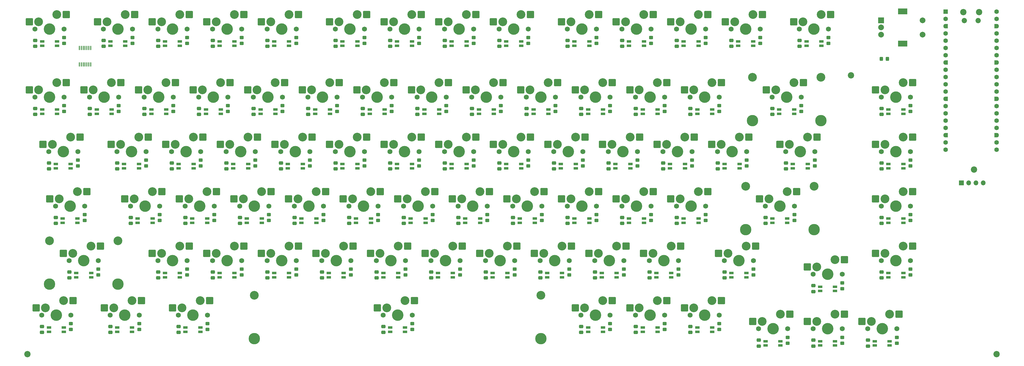
<source format=gbr>
%TF.GenerationSoftware,KiCad,Pcbnew,9.0.2*%
%TF.CreationDate,2025-06-21T15:39:45+05:00*%
%TF.ProjectId,KB75,4b423735-2e6b-4696-9361-645f70636258,V1*%
%TF.SameCoordinates,Original*%
%TF.FileFunction,Soldermask,Bot*%
%TF.FilePolarity,Negative*%
%FSLAX46Y46*%
G04 Gerber Fmt 4.6, Leading zero omitted, Abs format (unit mm)*
G04 Created by KiCad (PCBNEW 9.0.2) date 2025-06-21 15:39:45*
%MOMM*%
%LPD*%
G01*
G04 APERTURE LIST*
G04 Aperture macros list*
%AMRoundRect*
0 Rectangle with rounded corners*
0 $1 Rounding radius*
0 $2 $3 $4 $5 $6 $7 $8 $9 X,Y pos of 4 corners*
0 Add a 4 corners polygon primitive as box body*
4,1,4,$2,$3,$4,$5,$6,$7,$8,$9,$2,$3,0*
0 Add four circle primitives for the rounded corners*
1,1,$1+$1,$2,$3*
1,1,$1+$1,$4,$5*
1,1,$1+$1,$6,$7*
1,1,$1+$1,$8,$9*
0 Add four rect primitives between the rounded corners*
20,1,$1+$1,$2,$3,$4,$5,0*
20,1,$1+$1,$4,$5,$6,$7,0*
20,1,$1+$1,$6,$7,$8,$9,0*
20,1,$1+$1,$8,$9,$2,$3,0*%
%AMFreePoly0*
4,1,37,0.603843,0.796157,0.639018,0.796157,0.711114,0.766294,0.766294,0.711114,0.796157,0.639018,0.796157,0.603843,0.800000,0.600000,0.800000,-0.600000,0.796157,-0.603843,0.796157,-0.639018,0.766294,-0.711114,0.711114,-0.766294,0.639018,-0.796157,0.603843,-0.796157,0.600000,-0.800000,0.000000,-0.800000,0.000000,-0.796148,-0.078414,-0.796148,-0.232228,-0.765552,-0.377117,-0.705537,
-0.507515,-0.618408,-0.618408,-0.507515,-0.705537,-0.377117,-0.765552,-0.232228,-0.796148,-0.078414,-0.796148,0.078414,-0.765552,0.232228,-0.705537,0.377117,-0.618408,0.507515,-0.507515,0.618408,-0.377117,0.705537,-0.232228,0.765552,-0.078414,0.796148,0.000000,0.796148,0.000000,0.800000,0.600000,0.800000,0.603843,0.796157,0.603843,0.796157,$1*%
%AMFreePoly1*
4,1,37,0.000000,0.796148,0.078414,0.796148,0.232228,0.765552,0.377117,0.705537,0.507515,0.618408,0.618408,0.507515,0.705537,0.377117,0.765552,0.232228,0.796148,0.078414,0.796148,-0.078414,0.765552,-0.232228,0.705537,-0.377117,0.618408,-0.507515,0.507515,-0.618408,0.377117,-0.705537,0.232228,-0.765552,0.078414,-0.796148,0.000000,-0.796148,0.000000,-0.800000,-0.600000,-0.800000,
-0.603843,-0.796157,-0.639018,-0.796157,-0.711114,-0.766294,-0.766294,-0.711114,-0.796157,-0.639018,-0.796157,-0.603843,-0.800000,-0.600000,-0.800000,0.600000,-0.796157,0.603843,-0.796157,0.639018,-0.766294,0.711114,-0.711114,0.766294,-0.639018,0.796157,-0.603843,0.796157,-0.600000,0.800000,0.000000,0.800000,0.000000,0.796148,0.000000,0.796148,$1*%
G04 Aperture macros list end*
%ADD10RoundRect,0.082000X-0.718000X0.328000X-0.718000X-0.328000X0.718000X-0.328000X0.718000X0.328000X0*%
%ADD11C,2.200000*%
%ADD12C,1.850000*%
%ADD13RoundRect,0.200000X-0.600000X-0.600000X0.600000X-0.600000X0.600000X0.600000X-0.600000X0.600000X0*%
%ADD14C,1.600000*%
%ADD15FreePoly0,0.000000*%
%ADD16FreePoly1,0.000000*%
%ADD17C,1.750000*%
%ADD18C,3.050000*%
%ADD19C,4.000000*%
%ADD20RoundRect,0.250000X-1.025000X-1.000000X1.025000X-1.000000X1.025000X1.000000X-1.025000X1.000000X0*%
%ADD21R,2.000000X2.000000*%
%ADD22C,2.000000*%
%ADD23R,3.200000X2.000000*%
%ADD24C,3.048000*%
%ADD25C,3.987800*%
%ADD26R,1.700000X1.700000*%
%ADD27O,1.700000X1.700000*%
%ADD28RoundRect,0.250000X-0.475000X0.337500X-0.475000X-0.337500X0.475000X-0.337500X0.475000X0.337500X0*%
%ADD29RoundRect,0.250000X0.450000X-0.325000X0.450000X0.325000X-0.450000X0.325000X-0.450000X-0.325000X0*%
%ADD30RoundRect,0.250000X0.325000X0.450000X-0.325000X0.450000X-0.325000X-0.450000X0.325000X-0.450000X0*%
%ADD31RoundRect,0.100000X-0.100000X0.637500X-0.100000X-0.637500X0.100000X-0.637500X0.100000X0.637500X0*%
G04 APERTURE END LIST*
D10*
%TO.C,LED25*%
X236455000Y-78479999D03*
X236455000Y-79979999D03*
X241655000Y-79979999D03*
X241655000Y-78479999D03*
%TD*%
%TO.C,LED20*%
X141205000Y-78479999D03*
X141205000Y-79979999D03*
X146405000Y-79979999D03*
X146405000Y-78479999D03*
%TD*%
D11*
%TO.C,A1*%
X367404482Y-44385026D03*
D12*
X367704482Y-47415026D03*
X372554482Y-47415026D03*
D11*
X372854482Y-44385026D03*
D13*
X361239482Y-44255026D03*
D14*
X361239482Y-46795026D03*
D15*
X361239482Y-49335026D03*
D14*
X361239482Y-51875026D03*
X361239482Y-54415026D03*
X361239482Y-56955026D03*
X361239482Y-59495026D03*
D15*
X361239482Y-62035026D03*
D14*
X361239482Y-64575026D03*
X361239482Y-67115026D03*
X361239482Y-69655026D03*
X361239482Y-72195026D03*
D15*
X361239482Y-74735026D03*
D14*
X361239482Y-77275026D03*
X361239482Y-79815026D03*
X361239482Y-82355026D03*
X361239482Y-84895026D03*
D15*
X361239482Y-87435026D03*
D14*
X361239482Y-89975026D03*
X361239482Y-92515026D03*
X379019482Y-92515026D03*
X379019482Y-89975026D03*
D16*
X379019482Y-87435026D03*
D14*
X379019482Y-84895026D03*
X379019482Y-82355026D03*
X379019482Y-79815026D03*
X379019482Y-77275026D03*
D16*
X379019482Y-74735026D03*
D14*
X379019482Y-72195026D03*
X379019482Y-69655026D03*
X379019482Y-67115026D03*
X379019482Y-64575026D03*
D16*
X379019482Y-62035026D03*
D14*
X379019482Y-59495026D03*
X379019482Y-56955026D03*
X379019482Y-54415026D03*
X379019482Y-51875026D03*
D16*
X379019482Y-49335026D03*
D14*
X379019482Y-46795026D03*
X379019482Y-44255026D03*
%TD*%
D10*
%TO.C,LED51*%
X174542500Y-116579999D03*
X174542500Y-118079999D03*
X179742500Y-118079999D03*
X179742500Y-116579999D03*
%TD*%
D17*
%TO.C,SW11*%
X248262500Y-50337500D03*
D18*
X249532500Y-47797500D03*
D19*
X253342500Y-50337500D03*
D18*
X255882500Y-45257500D03*
D17*
X258422500Y-50337500D03*
D20*
X246257500Y-47797500D03*
X259184500Y-45257500D03*
%TD*%
D10*
%TO.C,LED68*%
X241217500Y-135629999D03*
X241217500Y-137129999D03*
X246417500Y-137129999D03*
X246417500Y-135629999D03*
%TD*%
D17*
%TO.C,SW44*%
X338750000Y-93200000D03*
D18*
X340020000Y-90660000D03*
D19*
X343830000Y-93200000D03*
D18*
X346370000Y-88120000D03*
D17*
X348910000Y-93200000D03*
D20*
X336745000Y-90660000D03*
X349672000Y-88120000D03*
%TD*%
D10*
%TO.C,LED8*%
X188830000Y-54667499D03*
X188830000Y-56167499D03*
X194030000Y-56167499D03*
X194030000Y-54667499D03*
%TD*%
D17*
%TO.C,SW37*%
X186350000Y-93200000D03*
D18*
X187620000Y-90660000D03*
D19*
X191430000Y-93200000D03*
D18*
X193970000Y-88120000D03*
D17*
X196510000Y-93200000D03*
D20*
X184345000Y-90660000D03*
X197272000Y-88120000D03*
%TD*%
D10*
%TO.C,LED63*%
X145967500Y-135629999D03*
X145967500Y-137129999D03*
X151167500Y-137129999D03*
X151167500Y-135629999D03*
%TD*%
%TO.C,LED19*%
X122155000Y-78479999D03*
X122155000Y-79979999D03*
X127355000Y-79979999D03*
X127355000Y-78479999D03*
%TD*%
%TO.C,LED5*%
X126917500Y-54667499D03*
X126917500Y-56167499D03*
X132117500Y-56167499D03*
X132117500Y-54667499D03*
%TD*%
D17*
%TO.C,SW19*%
X119675000Y-74150000D03*
D18*
X120945000Y-71610000D03*
D19*
X124755000Y-74150000D03*
D18*
X127295000Y-69070000D03*
D17*
X129835000Y-74150000D03*
D20*
X117670000Y-71610000D03*
X130597000Y-69070000D03*
%TD*%
D10*
%TO.C,LED30*%
X50717500Y-97529999D03*
X50717500Y-99029999D03*
X55917500Y-99029999D03*
X55917500Y-97529999D03*
%TD*%
D17*
%TO.C,SW62*%
X124437500Y-131300000D03*
D18*
X125707500Y-128760000D03*
D19*
X129517500Y-131300000D03*
D18*
X132057500Y-126220000D03*
D17*
X134597500Y-131300000D03*
D20*
X122432500Y-128760000D03*
X135359500Y-126220000D03*
%TD*%
D11*
%TO.C,REF\u002A\u002A*%
X328180000Y-66490000D03*
%TD*%
D17*
%TO.C,SW16*%
X62525000Y-74150000D03*
D18*
X63795000Y-71610000D03*
D19*
X67605000Y-74150000D03*
D18*
X70145000Y-69070000D03*
D17*
X72685000Y-74150000D03*
D20*
X60520000Y-71610000D03*
X73447000Y-69070000D03*
%TD*%
D17*
%TO.C,SW74*%
X69668750Y-150350000D03*
D18*
X70938750Y-147810000D03*
D19*
X74748750Y-150350000D03*
D18*
X77288750Y-145270000D03*
D17*
X79828750Y-150350000D03*
D20*
X67663750Y-147810000D03*
X80590750Y-145270000D03*
%TD*%
D17*
%TO.C,SW5*%
X124437500Y-50337500D03*
D18*
X125707500Y-47797500D03*
D19*
X129517500Y-50337500D03*
D18*
X132057500Y-45257500D03*
D17*
X134597500Y-50337500D03*
D20*
X122432500Y-47797500D03*
X135359500Y-45257500D03*
%TD*%
D10*
%TO.C,LED29*%
X341230000Y-78479999D03*
X341230000Y-79979999D03*
X346430000Y-79979999D03*
X346430000Y-78479999D03*
%TD*%
%TO.C,LED73*%
X48336250Y-154679999D03*
X48336250Y-156179999D03*
X53536250Y-156179999D03*
X53536250Y-154679999D03*
%TD*%
D17*
%TO.C,SW22*%
X176825000Y-74150000D03*
D18*
X178095000Y-71610000D03*
D19*
X181905000Y-74150000D03*
D18*
X184445000Y-69070000D03*
D17*
X186985000Y-74150000D03*
D20*
X174820000Y-71610000D03*
X187747000Y-69070000D03*
%TD*%
D17*
%TO.C,SW67*%
X219687500Y-131300000D03*
D18*
X220957500Y-128760000D03*
D19*
X224767500Y-131300000D03*
D18*
X227307500Y-126220000D03*
D17*
X229847500Y-131300000D03*
D20*
X217682500Y-128760000D03*
X230609500Y-126220000D03*
%TD*%
D17*
%TO.C,SW48*%
X114912500Y-112250000D03*
D18*
X116182500Y-109710000D03*
D19*
X119992500Y-112250000D03*
D18*
X122532500Y-107170000D03*
D17*
X125072500Y-112250000D03*
D20*
X112907500Y-109710000D03*
X125834500Y-107170000D03*
%TD*%
D10*
%TO.C,LED21*%
X160255000Y-78479999D03*
X160255000Y-79979999D03*
X165455000Y-79979999D03*
X165455000Y-78479999D03*
%TD*%
%TO.C,LED42*%
X284080000Y-97529999D03*
X284080000Y-99029999D03*
X289280000Y-99029999D03*
X289280000Y-97529999D03*
%TD*%
D17*
%TO.C,SW13*%
X286362500Y-50337500D03*
D18*
X287632500Y-47797500D03*
D19*
X291442500Y-50337500D03*
D18*
X293982500Y-45257500D03*
D17*
X296522500Y-50337500D03*
D20*
X284357500Y-47797500D03*
X297284500Y-45257500D03*
%TD*%
D10*
%TO.C,LED55*%
X250742500Y-116579999D03*
X250742500Y-118079999D03*
X255942500Y-118079999D03*
X255942500Y-116579999D03*
%TD*%
%TO.C,LED40*%
X245980000Y-97529999D03*
X245980000Y-99029999D03*
X251180000Y-99029999D03*
X251180000Y-97529999D03*
%TD*%
D17*
%TO.C,SW25*%
X233975000Y-74150000D03*
D18*
X235245000Y-71610000D03*
D19*
X239055000Y-74150000D03*
D18*
X241595000Y-69070000D03*
D17*
X244135000Y-74150000D03*
D20*
X231970000Y-71610000D03*
X244897000Y-69070000D03*
%TD*%
D17*
%TO.C,SW30*%
X48237500Y-93200000D03*
D18*
X49507500Y-90660000D03*
D19*
X53317500Y-93200000D03*
D18*
X55857500Y-88120000D03*
D17*
X58397500Y-93200000D03*
D20*
X46232500Y-90660000D03*
X59159500Y-88120000D03*
%TD*%
D10*
%TO.C,LED26*%
X255505000Y-78479999D03*
X255505000Y-79979999D03*
X260705000Y-79979999D03*
X260705000Y-78479999D03*
%TD*%
%TO.C,LED3*%
X88817500Y-54667499D03*
X88817500Y-56167499D03*
X94017500Y-56167499D03*
X94017500Y-54667499D03*
%TD*%
%TO.C,LED38*%
X207880000Y-97529999D03*
X207880000Y-99029999D03*
X213080000Y-99029999D03*
X213080000Y-97529999D03*
%TD*%
%TO.C,LED76*%
X167398750Y-154679999D03*
X167398750Y-156179999D03*
X172598750Y-156179999D03*
X172598750Y-154679999D03*
%TD*%
%TO.C,LED80*%
X298367500Y-159442499D03*
X298367500Y-160942499D03*
X303567500Y-160942499D03*
X303567500Y-159442499D03*
%TD*%
%TO.C,LED13*%
X288842500Y-54667499D03*
X288842500Y-56167499D03*
X294042500Y-56167499D03*
X294042500Y-54667499D03*
%TD*%
%TO.C,LED18*%
X103105000Y-78479999D03*
X103105000Y-79979999D03*
X108305000Y-79979999D03*
X108305000Y-78479999D03*
%TD*%
D17*
%TO.C,SW40*%
X243500000Y-93200000D03*
D18*
X244770000Y-90660000D03*
D19*
X248580000Y-93200000D03*
D18*
X251120000Y-88120000D03*
D17*
X253660000Y-93200000D03*
D20*
X241495000Y-90660000D03*
X254422000Y-88120000D03*
%TD*%
D17*
%TO.C,SW24*%
X214925000Y-74150000D03*
D18*
X216195000Y-71610000D03*
D19*
X220005000Y-74150000D03*
D18*
X222545000Y-69070000D03*
D17*
X225085000Y-74150000D03*
D20*
X212920000Y-71610000D03*
X225847000Y-69070000D03*
%TD*%
D10*
%TO.C,LED22*%
X179305000Y-78479999D03*
X179305000Y-79979999D03*
X184505000Y-79979999D03*
X184505000Y-78479999D03*
%TD*%
%TO.C,LED27*%
X274555000Y-78479999D03*
X274555000Y-79979999D03*
X279755000Y-79979999D03*
X279755000Y-78479999D03*
%TD*%
%TO.C,LED77*%
X236455000Y-154679999D03*
X236455000Y-156179999D03*
X241655000Y-156179999D03*
X241655000Y-154679999D03*
%TD*%
%TO.C,LED24*%
X217405000Y-78479999D03*
X217405000Y-79979999D03*
X222605000Y-79979999D03*
X222605000Y-78479999D03*
%TD*%
%TO.C,LED44*%
X341230000Y-97529999D03*
X341230000Y-99029999D03*
X346430000Y-99029999D03*
X346430000Y-97529999D03*
%TD*%
%TO.C,LED67*%
X222167500Y-135629999D03*
X222167500Y-137129999D03*
X227367500Y-137129999D03*
X227367500Y-135629999D03*
%TD*%
%TO.C,LED74*%
X72148750Y-154679999D03*
X72148750Y-156179999D03*
X77348750Y-156179999D03*
X77348750Y-154679999D03*
%TD*%
D17*
%TO.C,SW82*%
X333987500Y-155112500D03*
D18*
X335257500Y-152572500D03*
D19*
X339067500Y-155112500D03*
D18*
X341607500Y-150032500D03*
D17*
X344147500Y-155112500D03*
D20*
X331982500Y-152572500D03*
X344909500Y-150032500D03*
%TD*%
D10*
%TO.C,LED70*%
X286461250Y-135629999D03*
X286461250Y-137129999D03*
X291661250Y-137129999D03*
X291661250Y-135629999D03*
%TD*%
D17*
%TO.C,SW10*%
X229212500Y-50337500D03*
D18*
X230482500Y-47797500D03*
D19*
X234292500Y-50337500D03*
D18*
X236832500Y-45257500D03*
D17*
X239372500Y-50337500D03*
D20*
X227207500Y-47797500D03*
X240134500Y-45257500D03*
%TD*%
D17*
%TO.C,SW31*%
X72050000Y-93200000D03*
D18*
X73320000Y-90660000D03*
D19*
X77130000Y-93200000D03*
D18*
X79670000Y-88120000D03*
D17*
X82210000Y-93200000D03*
D20*
X70045000Y-90660000D03*
X82972000Y-88120000D03*
%TD*%
D10*
%TO.C,LED54*%
X231692500Y-116579999D03*
X231692500Y-118079999D03*
X236892500Y-118079999D03*
X236892500Y-116579999D03*
%TD*%
D11*
%TO.C,REF\u002A\u002A*%
X378957047Y-163970000D03*
%TD*%
D10*
%TO.C,LED56*%
X269792500Y-116579999D03*
X269792500Y-118079999D03*
X274992500Y-118079999D03*
X274992500Y-116579999D03*
%TD*%
%TO.C,LED45*%
X53098750Y-116579999D03*
X53098750Y-118079999D03*
X58298750Y-118079999D03*
X58298750Y-116579999D03*
%TD*%
D11*
%TO.C,REF\u002A\u002A*%
X40860000Y-163970000D03*
%TD*%
D10*
%TO.C,LED81*%
X317417500Y-159442499D03*
X317417500Y-160942499D03*
X322617500Y-160942499D03*
X322617500Y-159442499D03*
%TD*%
%TO.C,LED78*%
X255505000Y-154679999D03*
X255505000Y-156179999D03*
X260705000Y-156179999D03*
X260705000Y-154679999D03*
%TD*%
D17*
%TO.C,SW38*%
X205400000Y-93200000D03*
D18*
X206670000Y-90660000D03*
D19*
X210480000Y-93200000D03*
D18*
X213020000Y-88120000D03*
D17*
X215560000Y-93200000D03*
D20*
X203395000Y-90660000D03*
X216322000Y-88120000D03*
%TD*%
D17*
%TO.C,SW63*%
X143487500Y-131300000D03*
D18*
X144757500Y-128760000D03*
D19*
X148567500Y-131300000D03*
D18*
X151107500Y-126220000D03*
D17*
X153647500Y-131300000D03*
D20*
X141482500Y-128760000D03*
X154409500Y-126220000D03*
%TD*%
D11*
%TO.C,REF\u002A\u002A*%
X371070000Y-99470000D03*
%TD*%
D17*
%TO.C,SW76*%
X164918750Y-150350000D03*
D18*
X166188750Y-147810000D03*
D19*
X169998750Y-150350000D03*
D18*
X172538750Y-145270000D03*
D17*
X175078750Y-150350000D03*
D20*
X162913750Y-147810000D03*
X175840750Y-145270000D03*
%TD*%
D10*
%TO.C,LED43*%
X307892500Y-97529999D03*
X307892500Y-99029999D03*
X313092500Y-99029999D03*
X313092500Y-97529999D03*
%TD*%
%TO.C,LED79*%
X274555000Y-154679999D03*
X274555000Y-156179999D03*
X279755000Y-156179999D03*
X279755000Y-154679999D03*
%TD*%
D21*
%TO.C,SW83*%
X338694482Y-47295026D03*
D22*
X338694482Y-52295026D03*
X338694482Y-49795026D03*
D23*
X346194482Y-44195026D03*
X346194482Y-55395026D03*
D22*
X353194482Y-52295026D03*
X353194482Y-47295026D03*
%TD*%
D17*
%TO.C,SW7*%
X167300000Y-50337500D03*
D18*
X168570000Y-47797500D03*
D19*
X172380000Y-50337500D03*
D18*
X174920000Y-45257500D03*
D17*
X177460000Y-50337500D03*
D20*
X165295000Y-47797500D03*
X178222000Y-45257500D03*
%TD*%
D24*
%TO.C,ST59*%
X48523250Y-124315000D03*
D25*
X48523250Y-139525000D03*
D24*
X72399250Y-124315000D03*
D25*
X72399250Y-139525000D03*
%TD*%
D24*
%TO.C,ST76*%
X119998750Y-143365000D03*
D25*
X119998750Y-158575000D03*
D24*
X219998750Y-143365000D03*
D25*
X219998750Y-158575000D03*
%TD*%
D10*
%TO.C,LED48*%
X117392500Y-116579999D03*
X117392500Y-118079999D03*
X122592500Y-118079999D03*
X122592500Y-116579999D03*
%TD*%
D17*
%TO.C,SW53*%
X210162500Y-112250000D03*
D18*
X211432500Y-109710000D03*
D19*
X215242500Y-112250000D03*
D18*
X217782500Y-107170000D03*
D17*
X220322500Y-112250000D03*
D20*
X208157500Y-109710000D03*
X221084500Y-107170000D03*
%TD*%
D10*
%TO.C,LED75*%
X95961250Y-154679999D03*
X95961250Y-156179999D03*
X101161250Y-156179999D03*
X101161250Y-154679999D03*
%TD*%
D17*
%TO.C,SW65*%
X181587500Y-131300000D03*
D18*
X182857500Y-128760000D03*
D19*
X186667500Y-131300000D03*
D18*
X189207500Y-126220000D03*
D17*
X191747500Y-131300000D03*
D20*
X179582500Y-128760000D03*
X192509500Y-126220000D03*
%TD*%
D10*
%TO.C,LED53*%
X212642500Y-116579999D03*
X212642500Y-118079999D03*
X217842500Y-118079999D03*
X217842500Y-116579999D03*
%TD*%
%TO.C,LED49*%
X136442500Y-116579999D03*
X136442500Y-118079999D03*
X141642500Y-118079999D03*
X141642500Y-116579999D03*
%TD*%
D17*
%TO.C,SW56*%
X267312500Y-112250000D03*
D18*
X268582500Y-109710000D03*
D19*
X272392500Y-112250000D03*
D18*
X274932500Y-107170000D03*
D17*
X277472500Y-112250000D03*
D20*
X265307500Y-109710000D03*
X278234500Y-107170000D03*
%TD*%
D17*
%TO.C,SW21*%
X157775000Y-74150000D03*
D18*
X159045000Y-71610000D03*
D19*
X162855000Y-74150000D03*
D18*
X165395000Y-69070000D03*
D17*
X167935000Y-74150000D03*
D20*
X155770000Y-71610000D03*
X168697000Y-69070000D03*
%TD*%
D17*
%TO.C,SW2*%
X67287500Y-50337500D03*
D18*
X68557500Y-47797500D03*
D19*
X72367500Y-50337500D03*
D18*
X74907500Y-45257500D03*
D17*
X77447500Y-50337500D03*
D20*
X65282500Y-47797500D03*
X78209500Y-45257500D03*
%TD*%
D17*
%TO.C,SW81*%
X314937500Y-155112500D03*
D18*
X316207500Y-152572500D03*
D19*
X320017500Y-155112500D03*
D18*
X322557500Y-150032500D03*
D17*
X325097500Y-155112500D03*
D20*
X312932500Y-152572500D03*
X325859500Y-150032500D03*
%TD*%
D17*
%TO.C,SW50*%
X153012500Y-112250000D03*
D18*
X154282500Y-109710000D03*
D19*
X158092500Y-112250000D03*
D18*
X160632500Y-107170000D03*
D17*
X163172500Y-112250000D03*
D20*
X151007500Y-109710000D03*
X163934500Y-107170000D03*
%TD*%
D10*
%TO.C,LED17*%
X84055000Y-78479999D03*
X84055000Y-79979999D03*
X89255000Y-79979999D03*
X89255000Y-78479999D03*
%TD*%
D17*
%TO.C,SW28*%
X300650000Y-74150000D03*
D18*
X301920000Y-71610000D03*
D19*
X305730000Y-74150000D03*
D18*
X308270000Y-69070000D03*
D17*
X310810000Y-74150000D03*
D20*
X298645000Y-71610000D03*
X311572000Y-69070000D03*
%TD*%
D17*
%TO.C,SW51*%
X172062500Y-112250000D03*
D18*
X173332500Y-109710000D03*
D19*
X177142500Y-112250000D03*
D18*
X179682500Y-107170000D03*
D17*
X182222500Y-112250000D03*
D20*
X170057500Y-109710000D03*
X182984500Y-107170000D03*
%TD*%
D10*
%TO.C,LED59*%
X57861250Y-135629999D03*
X57861250Y-137129999D03*
X63061250Y-137129999D03*
X63061250Y-135629999D03*
%TD*%
D17*
%TO.C,SW43*%
X305412500Y-93200000D03*
D18*
X306682500Y-90660000D03*
D19*
X310492500Y-93200000D03*
D18*
X313032500Y-88120000D03*
D17*
X315572500Y-93200000D03*
D20*
X303407500Y-90660000D03*
X316334500Y-88120000D03*
%TD*%
D17*
%TO.C,SW39*%
X224450000Y-93200000D03*
D18*
X225720000Y-90660000D03*
D19*
X229530000Y-93200000D03*
D18*
X232070000Y-88120000D03*
D17*
X234610000Y-93200000D03*
D20*
X222445000Y-90660000D03*
X235372000Y-88120000D03*
%TD*%
D10*
%TO.C,LED64*%
X165017500Y-135629999D03*
X165017500Y-137129999D03*
X170217500Y-137129999D03*
X170217500Y-135629999D03*
%TD*%
D17*
%TO.C,SW35*%
X148250000Y-93200000D03*
D18*
X149520000Y-90660000D03*
D19*
X153330000Y-93200000D03*
D18*
X155870000Y-88120000D03*
D17*
X158410000Y-93200000D03*
D20*
X146245000Y-90660000D03*
X159172000Y-88120000D03*
%TD*%
D17*
%TO.C,SW9*%
X205400000Y-50337500D03*
D18*
X206670000Y-47797500D03*
D19*
X210480000Y-50337500D03*
D18*
X213020000Y-45257500D03*
D17*
X215560000Y-50337500D03*
D20*
X203395000Y-47797500D03*
X216322000Y-45257500D03*
%TD*%
D10*
%TO.C,LED72*%
X341230000Y-135629999D03*
X341230000Y-137129999D03*
X346430000Y-137129999D03*
X346430000Y-135629999D03*
%TD*%
%TO.C,LED7*%
X169780000Y-54667499D03*
X169780000Y-56167499D03*
X174980000Y-56167499D03*
X174980000Y-54667499D03*
%TD*%
D17*
%TO.C,SW73*%
X45856250Y-150350000D03*
D18*
X47126250Y-147810000D03*
D19*
X50936250Y-150350000D03*
D18*
X53476250Y-145270000D03*
D17*
X56016250Y-150350000D03*
D20*
X43851250Y-147810000D03*
X56778250Y-145270000D03*
%TD*%
D10*
%TO.C,LED9*%
X207880000Y-54667499D03*
X207880000Y-56167499D03*
X213080000Y-56167499D03*
X213080000Y-54667499D03*
%TD*%
%TO.C,LED23*%
X198355000Y-78479999D03*
X198355000Y-79979999D03*
X203555000Y-79979999D03*
X203555000Y-78479999D03*
%TD*%
D17*
%TO.C,SW18*%
X100625000Y-74150000D03*
D18*
X101895000Y-71610000D03*
D19*
X105705000Y-74150000D03*
D18*
X108245000Y-69070000D03*
D17*
X110785000Y-74150000D03*
D20*
X98620000Y-71610000D03*
X111547000Y-69070000D03*
%TD*%
D17*
%TO.C,SW3*%
X86337500Y-50337500D03*
D18*
X87607500Y-47797500D03*
D19*
X91417500Y-50337500D03*
D18*
X93957500Y-45257500D03*
D17*
X96497500Y-50337500D03*
D20*
X84332500Y-47797500D03*
X97259500Y-45257500D03*
%TD*%
D17*
%TO.C,SW61*%
X105387500Y-131300000D03*
D18*
X106657500Y-128760000D03*
D19*
X110467500Y-131300000D03*
D18*
X113007500Y-126220000D03*
D17*
X115547500Y-131300000D03*
D20*
X103382500Y-128760000D03*
X116309500Y-126220000D03*
%TD*%
D17*
%TO.C,SW6*%
X148250000Y-50337500D03*
D18*
X149520000Y-47797500D03*
D19*
X153330000Y-50337500D03*
D18*
X155870000Y-45257500D03*
D17*
X158410000Y-50337500D03*
D20*
X146245000Y-47797500D03*
X159172000Y-45257500D03*
%TD*%
D17*
%TO.C,SW70*%
X283981250Y-131300000D03*
D18*
X285251250Y-128760000D03*
D19*
X289061250Y-131300000D03*
D18*
X291601250Y-126220000D03*
D17*
X294141250Y-131300000D03*
D20*
X281976250Y-128760000D03*
X294903250Y-126220000D03*
%TD*%
D17*
%TO.C,SW57*%
X298268750Y-112250000D03*
D18*
X299538750Y-109710000D03*
D19*
X303348750Y-112250000D03*
D18*
X305888750Y-107170000D03*
D17*
X308428750Y-112250000D03*
D20*
X296263750Y-109710000D03*
X309190750Y-107170000D03*
%TD*%
D10*
%TO.C,LED60*%
X88817500Y-135629999D03*
X88817500Y-137129999D03*
X94017500Y-137129999D03*
X94017500Y-135629999D03*
%TD*%
D17*
%TO.C,SW46*%
X76812500Y-112250000D03*
D18*
X78082500Y-109710000D03*
D19*
X81892500Y-112250000D03*
D18*
X84432500Y-107170000D03*
D17*
X86972500Y-112250000D03*
D20*
X74807500Y-109710000D03*
X87734500Y-107170000D03*
%TD*%
D17*
%TO.C,SW12*%
X267312500Y-50337500D03*
D18*
X268582500Y-47797500D03*
D19*
X272392500Y-50337500D03*
D18*
X274932500Y-45257500D03*
D17*
X277472500Y-50337500D03*
D20*
X265307500Y-47797500D03*
X278234500Y-45257500D03*
%TD*%
D10*
%TO.C,LED57*%
X300748750Y-116579999D03*
X300748750Y-118079999D03*
X305948750Y-118079999D03*
X305948750Y-116579999D03*
%TD*%
D26*
%TO.C,OLED1*%
X366709482Y-104120026D03*
D27*
X369249482Y-104120026D03*
X371789482Y-104120026D03*
X374329482Y-104120026D03*
%TD*%
D10*
%TO.C,LED12*%
X269792500Y-54667499D03*
X269792500Y-56167499D03*
X274992500Y-56167499D03*
X274992500Y-54667499D03*
%TD*%
D17*
%TO.C,SW64*%
X162537500Y-131300000D03*
D18*
X163807500Y-128760000D03*
D19*
X167617500Y-131300000D03*
D18*
X170157500Y-126220000D03*
D17*
X172697500Y-131300000D03*
D20*
X160532500Y-128760000D03*
X173459500Y-126220000D03*
%TD*%
D17*
%TO.C,SW42*%
X281600000Y-93200000D03*
D18*
X282870000Y-90660000D03*
D19*
X286680000Y-93200000D03*
D18*
X289220000Y-88120000D03*
D17*
X291760000Y-93200000D03*
D20*
X279595000Y-90660000D03*
X292522000Y-88120000D03*
%TD*%
D17*
%TO.C,SW4*%
X105387500Y-50337500D03*
D18*
X106657500Y-47797500D03*
D19*
X110467500Y-50337500D03*
D18*
X113007500Y-45257500D03*
D17*
X115547500Y-50337500D03*
D20*
X103382500Y-47797500D03*
X116309500Y-45257500D03*
%TD*%
D24*
%TO.C,ST28*%
X293792000Y-67165000D03*
D25*
X293792000Y-82375000D03*
D24*
X317668000Y-67165000D03*
D25*
X317668000Y-82375000D03*
%TD*%
D10*
%TO.C,LED31*%
X74530000Y-97529999D03*
X74530000Y-99029999D03*
X79730000Y-99029999D03*
X79730000Y-97529999D03*
%TD*%
D17*
%TO.C,SW49*%
X133962500Y-112250000D03*
D18*
X135232500Y-109710000D03*
D19*
X139042500Y-112250000D03*
D18*
X141582500Y-107170000D03*
D17*
X144122500Y-112250000D03*
D20*
X131957500Y-109710000D03*
X144884500Y-107170000D03*
%TD*%
D17*
%TO.C,SW66*%
X200637500Y-131300000D03*
D18*
X201907500Y-128760000D03*
D19*
X205717500Y-131300000D03*
D18*
X208257500Y-126220000D03*
D17*
X210797500Y-131300000D03*
D20*
X198632500Y-128760000D03*
X211559500Y-126220000D03*
%TD*%
D17*
%TO.C,SW47*%
X95862500Y-112250000D03*
D18*
X97132500Y-109710000D03*
D19*
X100942500Y-112250000D03*
D18*
X103482500Y-107170000D03*
D17*
X106022500Y-112250000D03*
D20*
X93857500Y-109710000D03*
X106784500Y-107170000D03*
%TD*%
D17*
%TO.C,SW75*%
X93481250Y-150350000D03*
D18*
X94751250Y-147810000D03*
D19*
X98561250Y-150350000D03*
D18*
X101101250Y-145270000D03*
D17*
X103641250Y-150350000D03*
D20*
X91476250Y-147810000D03*
X104403250Y-145270000D03*
%TD*%
D17*
%TO.C,SW29*%
X338750000Y-74150000D03*
D18*
X340020000Y-71610000D03*
D19*
X343830000Y-74150000D03*
D18*
X346370000Y-69070000D03*
D17*
X348910000Y-74150000D03*
D20*
X336745000Y-71610000D03*
X349672000Y-69070000D03*
%TD*%
D17*
%TO.C,SW45*%
X50618750Y-112250000D03*
D18*
X51888750Y-109710000D03*
D19*
X55698750Y-112250000D03*
D18*
X58238750Y-107170000D03*
D17*
X60778750Y-112250000D03*
D20*
X48613750Y-109710000D03*
X61540750Y-107170000D03*
%TD*%
D10*
%TO.C,LED36*%
X169780000Y-97529999D03*
X169780000Y-99029999D03*
X174980000Y-99029999D03*
X174980000Y-97529999D03*
%TD*%
%TO.C,LED47*%
X98342500Y-116579999D03*
X98342500Y-118079999D03*
X103542500Y-118079999D03*
X103542500Y-116579999D03*
%TD*%
%TO.C,LED35*%
X150730000Y-97529999D03*
X150730000Y-99029999D03*
X155930000Y-99029999D03*
X155930000Y-97529999D03*
%TD*%
%TO.C,LED41*%
X265030000Y-97529999D03*
X265030000Y-99029999D03*
X270230000Y-99029999D03*
X270230000Y-97529999D03*
%TD*%
%TO.C,LED10*%
X231692500Y-54667499D03*
X231692500Y-56167499D03*
X236892500Y-56167499D03*
X236892500Y-54667499D03*
%TD*%
D17*
%TO.C,SW77*%
X233975000Y-150350000D03*
D18*
X235245000Y-147810000D03*
D19*
X239055000Y-150350000D03*
D18*
X241595000Y-145270000D03*
D17*
X244135000Y-150350000D03*
D20*
X231970000Y-147810000D03*
X244897000Y-145270000D03*
%TD*%
D17*
%TO.C,SW80*%
X295887500Y-155112500D03*
D18*
X297157500Y-152572500D03*
D19*
X300967500Y-155112500D03*
D18*
X303507500Y-150032500D03*
D17*
X306047500Y-155112500D03*
D20*
X293882500Y-152572500D03*
X306809500Y-150032500D03*
%TD*%
D10*
%TO.C,LED33*%
X112630000Y-97529999D03*
X112630000Y-99029999D03*
X117830000Y-99029999D03*
X117830000Y-97529999D03*
%TD*%
D17*
%TO.C,SW1*%
X43475000Y-50337500D03*
D18*
X44745000Y-47797500D03*
D19*
X48555000Y-50337500D03*
D18*
X51095000Y-45257500D03*
D17*
X53635000Y-50337500D03*
D20*
X41470000Y-47797500D03*
X54397000Y-45257500D03*
%TD*%
D17*
%TO.C,SW54*%
X229212500Y-112250000D03*
D18*
X230482500Y-109710000D03*
D19*
X234292500Y-112250000D03*
D18*
X236832500Y-107170000D03*
D17*
X239372500Y-112250000D03*
D20*
X227207500Y-109710000D03*
X240134500Y-107170000D03*
%TD*%
D17*
%TO.C,SW36*%
X167300000Y-93200000D03*
D18*
X168570000Y-90660000D03*
D19*
X172380000Y-93200000D03*
D18*
X174920000Y-88120000D03*
D17*
X177460000Y-93200000D03*
D20*
X165295000Y-90660000D03*
X178222000Y-88120000D03*
%TD*%
D17*
%TO.C,SW69*%
X257787500Y-131300000D03*
D18*
X259057500Y-128760000D03*
D19*
X262867500Y-131300000D03*
D18*
X265407500Y-126220000D03*
D17*
X267947500Y-131300000D03*
D20*
X255782500Y-128760000D03*
X268709500Y-126220000D03*
%TD*%
D10*
%TO.C,LED1*%
X45955000Y-54667499D03*
X45955000Y-56167499D03*
X51155000Y-56167499D03*
X51155000Y-54667499D03*
%TD*%
D17*
%TO.C,SW68*%
X238737500Y-131300000D03*
D18*
X240007500Y-128760000D03*
D19*
X243817500Y-131300000D03*
D18*
X246357500Y-126220000D03*
D17*
X248897500Y-131300000D03*
D20*
X236732500Y-128760000D03*
X249659500Y-126220000D03*
%TD*%
D17*
%TO.C,SW20*%
X138725000Y-74150000D03*
D18*
X139995000Y-71610000D03*
D19*
X143805000Y-74150000D03*
D18*
X146345000Y-69070000D03*
D17*
X148885000Y-74150000D03*
D20*
X136720000Y-71610000D03*
X149647000Y-69070000D03*
%TD*%
D10*
%TO.C,LED52*%
X193592500Y-116579999D03*
X193592500Y-118079999D03*
X198792500Y-118079999D03*
X198792500Y-116579999D03*
%TD*%
D17*
%TO.C,SW17*%
X81575000Y-74150000D03*
D18*
X82845000Y-71610000D03*
D19*
X86655000Y-74150000D03*
D18*
X89195000Y-69070000D03*
D17*
X91735000Y-74150000D03*
D20*
X79570000Y-71610000D03*
X92497000Y-69070000D03*
%TD*%
D10*
%TO.C,LED65*%
X184067500Y-135629999D03*
X184067500Y-137129999D03*
X189267500Y-137129999D03*
X189267500Y-135629999D03*
%TD*%
D17*
%TO.C,SW55*%
X248262500Y-112250000D03*
D18*
X249532500Y-109710000D03*
D19*
X253342500Y-112250000D03*
D18*
X255882500Y-107170000D03*
D17*
X258422500Y-112250000D03*
D20*
X246257500Y-109710000D03*
X259184500Y-107170000D03*
%TD*%
D17*
%TO.C,SW33*%
X110150000Y-93200000D03*
D18*
X111420000Y-90660000D03*
D19*
X115230000Y-93200000D03*
D18*
X117770000Y-88120000D03*
D17*
X120310000Y-93200000D03*
D20*
X108145000Y-90660000D03*
X121072000Y-88120000D03*
%TD*%
D10*
%TO.C,LED34*%
X131680000Y-97529999D03*
X131680000Y-99029999D03*
X136880000Y-99029999D03*
X136880000Y-97529999D03*
%TD*%
%TO.C,LED16*%
X65005000Y-78479999D03*
X65005000Y-79979999D03*
X70205000Y-79979999D03*
X70205000Y-78479999D03*
%TD*%
D17*
%TO.C,SW58*%
X338750000Y-112250000D03*
D18*
X340020000Y-109710000D03*
D19*
X343830000Y-112250000D03*
D18*
X346370000Y-107170000D03*
D17*
X348910000Y-112250000D03*
D20*
X336745000Y-109710000D03*
X349672000Y-107170000D03*
%TD*%
D17*
%TO.C,SW78*%
X253025000Y-150350000D03*
D18*
X254295000Y-147810000D03*
D19*
X258105000Y-150350000D03*
D18*
X260645000Y-145270000D03*
D17*
X263185000Y-150350000D03*
D20*
X251020000Y-147810000D03*
X263947000Y-145270000D03*
%TD*%
D17*
%TO.C,SW15*%
X43475000Y-74150000D03*
D18*
X44745000Y-71610000D03*
D19*
X48555000Y-74150000D03*
D18*
X51095000Y-69070000D03*
D17*
X53635000Y-74150000D03*
D20*
X41470000Y-71610000D03*
X54397000Y-69070000D03*
%TD*%
D10*
%TO.C,LED37*%
X188830000Y-97529999D03*
X188830000Y-99029999D03*
X194030000Y-99029999D03*
X194030000Y-97529999D03*
%TD*%
D17*
%TO.C,SW32*%
X91100000Y-93200000D03*
D18*
X92370000Y-90660000D03*
D19*
X96180000Y-93200000D03*
D18*
X98720000Y-88120000D03*
D17*
X101260000Y-93200000D03*
D20*
X89095000Y-90660000D03*
X102022000Y-88120000D03*
%TD*%
D10*
%TO.C,LED6*%
X150730000Y-54667499D03*
X150730000Y-56167499D03*
X155930000Y-56167499D03*
X155930000Y-54667499D03*
%TD*%
D17*
%TO.C,SW34*%
X129200000Y-93200000D03*
D18*
X130470000Y-90660000D03*
D19*
X134280000Y-93200000D03*
D18*
X136820000Y-88120000D03*
D17*
X139360000Y-93200000D03*
D20*
X127195000Y-90660000D03*
X140122000Y-88120000D03*
%TD*%
D10*
%TO.C,LED69*%
X260267500Y-135629999D03*
X260267500Y-137129999D03*
X265467500Y-137129999D03*
X265467500Y-135629999D03*
%TD*%
D17*
%TO.C,SW8*%
X186350000Y-50337500D03*
D18*
X187620000Y-47797500D03*
D19*
X191430000Y-50337500D03*
D18*
X193970000Y-45257500D03*
D17*
X196510000Y-50337500D03*
D20*
X184345000Y-47797500D03*
X197272000Y-45257500D03*
%TD*%
D10*
%TO.C,LED39*%
X226930000Y-97529999D03*
X226930000Y-99029999D03*
X232130000Y-99029999D03*
X232130000Y-97529999D03*
%TD*%
D17*
%TO.C,SW52*%
X191112500Y-112250000D03*
D18*
X192382500Y-109710000D03*
D19*
X196192500Y-112250000D03*
D18*
X198732500Y-107170000D03*
D17*
X201272500Y-112250000D03*
D20*
X189107500Y-109710000D03*
X202034500Y-107170000D03*
%TD*%
D10*
%TO.C,LED11*%
X250742500Y-54667499D03*
X250742500Y-56167499D03*
X255942500Y-56167499D03*
X255942500Y-54667499D03*
%TD*%
D17*
%TO.C,SW79*%
X272075000Y-150350000D03*
D18*
X273345000Y-147810000D03*
D19*
X277155000Y-150350000D03*
D18*
X279695000Y-145270000D03*
D17*
X282235000Y-150350000D03*
D20*
X270070000Y-147810000D03*
X282997000Y-145270000D03*
%TD*%
D17*
%TO.C,SW71*%
X314937500Y-136062500D03*
D18*
X316207500Y-133522500D03*
D19*
X320017500Y-136062500D03*
D18*
X322557500Y-130982500D03*
D17*
X325097500Y-136062500D03*
D20*
X312932500Y-133522500D03*
X325859500Y-130982500D03*
%TD*%
D10*
%TO.C,LED71*%
X317417500Y-140392499D03*
X317417500Y-141892499D03*
X322617500Y-141892499D03*
X322617500Y-140392499D03*
%TD*%
%TO.C,LED82*%
X336467500Y-159442499D03*
X336467500Y-160942499D03*
X341667500Y-160942499D03*
X341667500Y-159442499D03*
%TD*%
%TO.C,LED62*%
X126917500Y-135629999D03*
X126917500Y-137129999D03*
X132117500Y-137129999D03*
X132117500Y-135629999D03*
%TD*%
D17*
%TO.C,SW41*%
X262550000Y-93200000D03*
D18*
X263820000Y-90660000D03*
D19*
X267630000Y-93200000D03*
D18*
X270170000Y-88120000D03*
D17*
X272710000Y-93200000D03*
D20*
X260545000Y-90660000D03*
X273472000Y-88120000D03*
%TD*%
D10*
%TO.C,LED61*%
X107867500Y-135629999D03*
X107867500Y-137129999D03*
X113067500Y-137129999D03*
X113067500Y-135629999D03*
%TD*%
%TO.C,LED58*%
X341230000Y-116579999D03*
X341230000Y-118079999D03*
X346430000Y-118079999D03*
X346430000Y-116579999D03*
%TD*%
D17*
%TO.C,SW23*%
X195875000Y-74150000D03*
D18*
X197145000Y-71610000D03*
D19*
X200955000Y-74150000D03*
D18*
X203495000Y-69070000D03*
D17*
X206035000Y-74150000D03*
D20*
X193870000Y-71610000D03*
X206797000Y-69070000D03*
%TD*%
D10*
%TO.C,LED15*%
X45955000Y-78479999D03*
X45955000Y-79979999D03*
X51155000Y-79979999D03*
X51155000Y-78479999D03*
%TD*%
%TO.C,LED46*%
X79292500Y-116579999D03*
X79292500Y-118079999D03*
X84492500Y-118079999D03*
X84492500Y-116579999D03*
%TD*%
%TO.C,LED66*%
X203117500Y-135629999D03*
X203117500Y-137129999D03*
X208317500Y-137129999D03*
X208317500Y-135629999D03*
%TD*%
D17*
%TO.C,SW27*%
X272075000Y-74150000D03*
D18*
X273345000Y-71610000D03*
D19*
X277155000Y-74150000D03*
D18*
X279695000Y-69070000D03*
D17*
X282235000Y-74150000D03*
D20*
X270070000Y-71610000D03*
X282997000Y-69070000D03*
%TD*%
D10*
%TO.C,LED28*%
X303130000Y-78479999D03*
X303130000Y-79979999D03*
X308330000Y-79979999D03*
X308330000Y-78479999D03*
%TD*%
%TO.C,LED32*%
X93580000Y-97529999D03*
X93580000Y-99029999D03*
X98780000Y-99029999D03*
X98780000Y-97529999D03*
%TD*%
D17*
%TO.C,SW59*%
X55381250Y-131300000D03*
D18*
X56651250Y-128760000D03*
D19*
X60461250Y-131300000D03*
D18*
X63001250Y-126220000D03*
D17*
X65541250Y-131300000D03*
D20*
X53376250Y-128760000D03*
X66303250Y-126220000D03*
%TD*%
D10*
%TO.C,LED2*%
X69767500Y-54667499D03*
X69767500Y-56167499D03*
X74967500Y-56167499D03*
X74967500Y-54667499D03*
%TD*%
D17*
%TO.C,SW14*%
X310175000Y-50337500D03*
D18*
X311445000Y-47797500D03*
D19*
X315255000Y-50337500D03*
D18*
X317795000Y-45257500D03*
D17*
X320335000Y-50337500D03*
D20*
X308170000Y-47797500D03*
X321097000Y-45257500D03*
%TD*%
D17*
%TO.C,SW26*%
X253025000Y-74150000D03*
D18*
X254295000Y-71610000D03*
D19*
X258105000Y-74150000D03*
D18*
X260645000Y-69070000D03*
D17*
X263185000Y-74150000D03*
D20*
X251020000Y-71610000D03*
X263947000Y-69070000D03*
%TD*%
D17*
%TO.C,SW60*%
X86337500Y-131300000D03*
D18*
X87607500Y-128760000D03*
D19*
X91417500Y-131300000D03*
D18*
X93957500Y-126220000D03*
D17*
X96497500Y-131300000D03*
D20*
X84332500Y-128760000D03*
X97259500Y-126220000D03*
%TD*%
D17*
%TO.C,SW72*%
X338750000Y-131300000D03*
D18*
X340020000Y-128760000D03*
D19*
X343830000Y-131300000D03*
D18*
X346370000Y-126220000D03*
D17*
X348910000Y-131300000D03*
D20*
X336745000Y-128760000D03*
X349672000Y-126220000D03*
%TD*%
D10*
%TO.C,LED14*%
X312655000Y-54667499D03*
X312655000Y-56167499D03*
X317855000Y-56167499D03*
X317855000Y-54667499D03*
%TD*%
%TO.C,LED50*%
X155492500Y-116579999D03*
X155492500Y-118079999D03*
X160692500Y-118079999D03*
X160692500Y-116579999D03*
%TD*%
%TO.C,LED4*%
X107867500Y-54667499D03*
X107867500Y-56167499D03*
X113067500Y-56167499D03*
X113067500Y-54667499D03*
%TD*%
D24*
%TO.C,ST57*%
X291410750Y-105265000D03*
D25*
X291410750Y-120475000D03*
D24*
X315286750Y-105265000D03*
D25*
X315286750Y-120475000D03*
%TD*%
D28*
%TO.C,C42*%
X281680000Y-97162500D03*
X281680000Y-99237500D03*
%TD*%
D29*
%TO.C,D74*%
X79828750Y-155375000D03*
X79828750Y-153325000D03*
%TD*%
%TO.C,D53*%
X220322500Y-117275000D03*
X220322500Y-115225000D03*
%TD*%
%TO.C,D49*%
X144122500Y-117275000D03*
X144122500Y-115225000D03*
%TD*%
%TO.C,D40*%
X253660000Y-98225000D03*
X253660000Y-96175000D03*
%TD*%
D28*
%TO.C,C62*%
X143567500Y-135262500D03*
X143567500Y-137337500D03*
%TD*%
D29*
%TO.C,D61*%
X115547500Y-136325000D03*
X115547500Y-134275000D03*
%TD*%
%TO.C,D75*%
X103641250Y-155375000D03*
X103641250Y-153325000D03*
%TD*%
%TO.C,D42*%
X291760000Y-98225000D03*
X291760000Y-96175000D03*
%TD*%
D28*
%TO.C,C11*%
X248342500Y-54300000D03*
X248342500Y-56375000D03*
%TD*%
D29*
%TO.C,D36*%
X177460000Y-98225000D03*
X177460000Y-96175000D03*
%TD*%
%TO.C,D47*%
X106022500Y-117275000D03*
X106022500Y-115225000D03*
%TD*%
D28*
%TO.C,C13*%
X286442500Y-54300000D03*
X286442500Y-56375000D03*
%TD*%
%TO.C,C77*%
X234055000Y-154312500D03*
X234055000Y-156387500D03*
%TD*%
%TO.C,C51*%
X172142500Y-116212500D03*
X172142500Y-118287500D03*
%TD*%
D29*
%TO.C,D37*%
X196510000Y-98225000D03*
X196510000Y-96175000D03*
%TD*%
%TO.C,D31*%
X82210000Y-98225000D03*
X82210000Y-96175000D03*
%TD*%
%TO.C,D28*%
X310810000Y-79175000D03*
X310810000Y-77125000D03*
%TD*%
%TO.C,D8*%
X196510000Y-55362500D03*
X196510000Y-53312500D03*
%TD*%
%TO.C,D1*%
X53635000Y-55362500D03*
X53635000Y-53312500D03*
%TD*%
%TO.C,D60*%
X96497500Y-136325000D03*
X96497500Y-134275000D03*
%TD*%
D28*
%TO.C,C21*%
X157855000Y-78112500D03*
X157855000Y-80187500D03*
%TD*%
%TO.C,C48*%
X114992500Y-116212500D03*
X114992500Y-118287500D03*
%TD*%
D29*
%TO.C,D16*%
X72685000Y-79175000D03*
X72685000Y-77125000D03*
%TD*%
%TO.C,D81*%
X325097500Y-160137500D03*
X325097500Y-158087500D03*
%TD*%
D28*
%TO.C,C50*%
X153092500Y-116212500D03*
X153092500Y-118287500D03*
%TD*%
%TO.C,C6*%
X148330000Y-54300000D03*
X148330000Y-56375000D03*
%TD*%
D29*
%TO.C,D79*%
X282235000Y-155375000D03*
X282235000Y-153325000D03*
%TD*%
%TO.C,D5*%
X134597500Y-55362500D03*
X134597500Y-53312500D03*
%TD*%
D28*
%TO.C,C9*%
X205480000Y-54300000D03*
X205480000Y-56375000D03*
%TD*%
%TO.C,C74*%
X69748750Y-154312500D03*
X69748750Y-156387500D03*
%TD*%
D29*
%TO.C,D12*%
X277472500Y-55362500D03*
X277472500Y-53312500D03*
%TD*%
%TO.C,D68*%
X248897500Y-136325000D03*
X248897500Y-134275000D03*
%TD*%
%TO.C,D35*%
X158410000Y-98225000D03*
X158410000Y-96175000D03*
%TD*%
%TO.C,D76*%
X175078750Y-155375000D03*
X175078750Y-153325000D03*
%TD*%
%TO.C,D73*%
X56016250Y-155375000D03*
X56016250Y-153325000D03*
%TD*%
%TO.C,D13*%
X296522500Y-55362500D03*
X296522500Y-53312500D03*
%TD*%
%TO.C,D58*%
X348910000Y-117275000D03*
X348910000Y-115225000D03*
%TD*%
D28*
%TO.C,C12*%
X267392500Y-54300000D03*
X267392500Y-56375000D03*
%TD*%
D29*
%TO.C,D63*%
X153647500Y-136325000D03*
X153647500Y-134275000D03*
%TD*%
D28*
%TO.C,C47*%
X95942500Y-116212500D03*
X95942500Y-118287500D03*
%TD*%
%TO.C,C34*%
X129280000Y-97162500D03*
X129280000Y-99237500D03*
%TD*%
D29*
%TO.C,D72*%
X348910000Y-136325000D03*
X348910000Y-134275000D03*
%TD*%
D28*
%TO.C,C7*%
X167380000Y-54300000D03*
X167380000Y-56375000D03*
%TD*%
D29*
%TO.C,D82*%
X344147500Y-160137500D03*
X344147500Y-158087500D03*
%TD*%
%TO.C,D6*%
X158410000Y-55362500D03*
X158410000Y-53312500D03*
%TD*%
D28*
%TO.C,C71*%
X338830000Y-116212500D03*
X338830000Y-118287500D03*
%TD*%
D29*
%TO.C,D22*%
X186985000Y-79175000D03*
X186985000Y-77125000D03*
%TD*%
%TO.C,D48*%
X125072500Y-117275000D03*
X125072500Y-115225000D03*
%TD*%
%TO.C,D23*%
X206035000Y-79175000D03*
X206035000Y-77125000D03*
%TD*%
%TO.C,D43*%
X315572500Y-98225000D03*
X315572500Y-96175000D03*
%TD*%
D28*
%TO.C,C15*%
X43555000Y-78112500D03*
X43555000Y-80187500D03*
%TD*%
D29*
%TO.C,D78*%
X263185000Y-155375000D03*
X263185000Y-153325000D03*
%TD*%
D28*
%TO.C,C41*%
X262630000Y-97162500D03*
X262630000Y-99237500D03*
%TD*%
%TO.C,C61*%
X124517500Y-135262500D03*
X124517500Y-137337500D03*
%TD*%
D29*
%TO.C,D39*%
X234610000Y-98225000D03*
X234610000Y-96175000D03*
%TD*%
%TO.C,D34*%
X139360000Y-98225000D03*
X139360000Y-96175000D03*
%TD*%
D28*
%TO.C,C52*%
X191192500Y-116212500D03*
X191192500Y-118287500D03*
%TD*%
%TO.C,C17*%
X81655000Y-78112500D03*
X81655000Y-80187500D03*
%TD*%
D29*
%TO.C,D19*%
X129835000Y-79175000D03*
X129835000Y-77125000D03*
%TD*%
D28*
%TO.C,C20*%
X138805000Y-78112500D03*
X138805000Y-80187500D03*
%TD*%
D29*
%TO.C,D50*%
X163172500Y-117275000D03*
X163172500Y-115225000D03*
%TD*%
D28*
%TO.C,C44*%
X338830000Y-97162500D03*
X338830000Y-99237500D03*
%TD*%
%TO.C,C39*%
X224530000Y-97162500D03*
X224530000Y-99237500D03*
%TD*%
%TO.C,C76*%
X164998750Y-154312500D03*
X164998750Y-156387500D03*
%TD*%
D29*
%TO.C,D3*%
X96497500Y-55362500D03*
X96497500Y-53312500D03*
%TD*%
D28*
%TO.C,C26*%
X253105000Y-78112500D03*
X253105000Y-80187500D03*
%TD*%
%TO.C,C14*%
X310255000Y-54300000D03*
X310255000Y-56375000D03*
%TD*%
D29*
%TO.C,D54*%
X239372500Y-117275000D03*
X239372500Y-115225000D03*
%TD*%
D28*
%TO.C,C23*%
X195955000Y-78112500D03*
X195955000Y-80187500D03*
%TD*%
%TO.C,C27*%
X272155000Y-78112500D03*
X272155000Y-80187500D03*
%TD*%
D30*
%TO.C,D83*%
X340840000Y-60790000D03*
X338790000Y-60790000D03*
%TD*%
D28*
%TO.C,C63*%
X162617500Y-135262500D03*
X162617500Y-137337500D03*
%TD*%
D29*
%TO.C,D51*%
X182222500Y-117275000D03*
X182222500Y-115225000D03*
%TD*%
D28*
%TO.C,C28*%
X300730000Y-78112500D03*
X300730000Y-80187500D03*
%TD*%
D29*
%TO.C,D52*%
X201272500Y-117275000D03*
X201272500Y-115225000D03*
%TD*%
%TO.C,D44*%
X348910000Y-98225000D03*
X348910000Y-96175000D03*
%TD*%
D28*
%TO.C,C10*%
X229292500Y-54300000D03*
X229292500Y-56375000D03*
%TD*%
%TO.C,C45*%
X50698750Y-116212500D03*
X50698750Y-118287500D03*
%TD*%
D29*
%TO.C,D29*%
X348910000Y-79175000D03*
X348910000Y-77125000D03*
%TD*%
%TO.C,D70*%
X294141250Y-136325000D03*
X294141250Y-134275000D03*
%TD*%
D28*
%TO.C,C2*%
X67367500Y-54300000D03*
X67367500Y-56375000D03*
%TD*%
%TO.C,C4*%
X105467500Y-54300000D03*
X105467500Y-56375000D03*
%TD*%
D29*
%TO.C,D10*%
X239372500Y-55362500D03*
X239372500Y-53312500D03*
%TD*%
D28*
%TO.C,C46*%
X76892500Y-116212500D03*
X76892500Y-118287500D03*
%TD*%
%TO.C,C59*%
X86417500Y-135262500D03*
X86417500Y-137337500D03*
%TD*%
D29*
%TO.C,D57*%
X308428750Y-117275000D03*
X308428750Y-115225000D03*
%TD*%
D28*
%TO.C,C22*%
X176905000Y-78112500D03*
X176905000Y-80187500D03*
%TD*%
D29*
%TO.C,D15*%
X53635000Y-79175000D03*
X53635000Y-77125000D03*
%TD*%
%TO.C,D32*%
X101260000Y-98225000D03*
X101260000Y-96175000D03*
%TD*%
D28*
%TO.C,C49*%
X134042500Y-116212500D03*
X134042500Y-118287500D03*
%TD*%
D29*
%TO.C,D64*%
X172697500Y-136325000D03*
X172697500Y-134275000D03*
%TD*%
D28*
%TO.C,C40*%
X243580000Y-97162500D03*
X243580000Y-99237500D03*
%TD*%
%TO.C,C60*%
X105467500Y-135262500D03*
X105467500Y-137337500D03*
%TD*%
%TO.C,C19*%
X119755000Y-78112500D03*
X119755000Y-80187500D03*
%TD*%
%TO.C,C57*%
X298348750Y-116212500D03*
X298348750Y-118287500D03*
%TD*%
%TO.C,C25*%
X234055000Y-78112500D03*
X234055000Y-80187500D03*
%TD*%
D29*
%TO.C,D21*%
X167935000Y-79175000D03*
X167935000Y-77125000D03*
%TD*%
%TO.C,D30*%
X58397500Y-98225000D03*
X58397500Y-96175000D03*
%TD*%
D28*
%TO.C,C79*%
X272155000Y-154312500D03*
X272155000Y-156387500D03*
%TD*%
%TO.C,C43*%
X305492500Y-97162500D03*
X305492500Y-99237500D03*
%TD*%
D29*
%TO.C,D56*%
X277472500Y-117275000D03*
X277472500Y-115225000D03*
%TD*%
D28*
%TO.C,C35*%
X148330000Y-97162500D03*
X148330000Y-99237500D03*
%TD*%
%TO.C,C78*%
X253105000Y-154312500D03*
X253105000Y-156387500D03*
%TD*%
%TO.C,C69*%
X284061250Y-135262500D03*
X284061250Y-137337500D03*
%TD*%
%TO.C,C18*%
X100705000Y-78112500D03*
X100705000Y-80187500D03*
%TD*%
D29*
%TO.C,D45*%
X60778750Y-117275000D03*
X60778750Y-115225000D03*
%TD*%
%TO.C,D71*%
X325097500Y-141087500D03*
X325097500Y-139037500D03*
%TD*%
%TO.C,D7*%
X177460000Y-55362500D03*
X177460000Y-53312500D03*
%TD*%
%TO.C,D77*%
X244135000Y-155375000D03*
X244135000Y-153325000D03*
%TD*%
%TO.C,D46*%
X86972500Y-117275000D03*
X86972500Y-115225000D03*
%TD*%
D28*
%TO.C,C38*%
X205480000Y-97162500D03*
X205480000Y-99237500D03*
%TD*%
D29*
%TO.C,D66*%
X210797500Y-136325000D03*
X210797500Y-134275000D03*
%TD*%
D28*
%TO.C,C66*%
X219767500Y-135262500D03*
X219767500Y-137337500D03*
%TD*%
%TO.C,C24*%
X215005000Y-78112500D03*
X215005000Y-80187500D03*
%TD*%
%TO.C,C3*%
X86417500Y-54300000D03*
X86417500Y-56375000D03*
%TD*%
D29*
%TO.C,D27*%
X282235000Y-79175000D03*
X282235000Y-77125000D03*
%TD*%
%TO.C,D24*%
X225085000Y-79175000D03*
X225085000Y-77125000D03*
%TD*%
%TO.C,D11*%
X258422500Y-55362500D03*
X258422500Y-53312500D03*
%TD*%
D31*
%TO.C,U1*%
X58975000Y-56962500D03*
X59625000Y-56962500D03*
X60275000Y-56962500D03*
X60925000Y-56962500D03*
X61575000Y-56962500D03*
X62225000Y-56962500D03*
X62875000Y-56962500D03*
X62875000Y-62687500D03*
X62225000Y-62687500D03*
X61575000Y-62687500D03*
X60925000Y-62687500D03*
X60275000Y-62687500D03*
X59625000Y-62687500D03*
X58975000Y-62687500D03*
%TD*%
D28*
%TO.C,C73*%
X45936250Y-154312500D03*
X45936250Y-156387500D03*
%TD*%
%TO.C,C64*%
X181667500Y-135262500D03*
X181667500Y-137337500D03*
%TD*%
%TO.C,C31*%
X72130000Y-97162500D03*
X72130000Y-99237500D03*
%TD*%
%TO.C,C29*%
X338830000Y-78112500D03*
X338830000Y-80187500D03*
%TD*%
D29*
%TO.C,D59*%
X65541250Y-136325000D03*
X65541250Y-134275000D03*
%TD*%
D28*
%TO.C,C81*%
X315017500Y-159075000D03*
X315017500Y-161150000D03*
%TD*%
%TO.C,C36*%
X167380000Y-97162500D03*
X167380000Y-99237500D03*
%TD*%
D29*
%TO.C,D55*%
X258422500Y-117275000D03*
X258422500Y-115225000D03*
%TD*%
%TO.C,D33*%
X120310000Y-98225000D03*
X120310000Y-96175000D03*
%TD*%
%TO.C,D26*%
X263185000Y-79175000D03*
X263185000Y-77125000D03*
%TD*%
%TO.C,D17*%
X91735000Y-79175000D03*
X91735000Y-77125000D03*
%TD*%
%TO.C,D69*%
X267947500Y-136325000D03*
X267947500Y-134275000D03*
%TD*%
%TO.C,D65*%
X191747500Y-136325000D03*
X191747500Y-134275000D03*
%TD*%
D28*
%TO.C,C75*%
X93561250Y-154312500D03*
X93561250Y-156387500D03*
%TD*%
%TO.C,C55*%
X248342500Y-116212500D03*
X248342500Y-118287500D03*
%TD*%
%TO.C,C67*%
X238817500Y-135262500D03*
X238817500Y-137337500D03*
%TD*%
%TO.C,C65*%
X200717500Y-135262500D03*
X200717500Y-137337500D03*
%TD*%
%TO.C,C8*%
X186430000Y-54300000D03*
X186430000Y-56375000D03*
%TD*%
D29*
%TO.C,D18*%
X110785000Y-79175000D03*
X110785000Y-77125000D03*
%TD*%
D28*
%TO.C,C54*%
X229292500Y-116212500D03*
X229292500Y-118287500D03*
%TD*%
D29*
%TO.C,D62*%
X134597500Y-136325000D03*
X134597500Y-134275000D03*
%TD*%
%TO.C,D9*%
X215560000Y-55362500D03*
X215560000Y-53312500D03*
%TD*%
D28*
%TO.C,C5*%
X124517500Y-54300000D03*
X124517500Y-56375000D03*
%TD*%
D29*
%TO.C,D67*%
X229847500Y-136325000D03*
X229847500Y-134275000D03*
%TD*%
D28*
%TO.C,C53*%
X210242500Y-116212500D03*
X210242500Y-118287500D03*
%TD*%
D29*
%TO.C,D38*%
X215560000Y-98225000D03*
X215560000Y-96175000D03*
%TD*%
%TO.C,D80*%
X306047500Y-160137500D03*
X306047500Y-158087500D03*
%TD*%
D28*
%TO.C,C70*%
X315017500Y-140025000D03*
X315017500Y-142100000D03*
%TD*%
%TO.C,C72*%
X338830000Y-135262500D03*
X338830000Y-137337500D03*
%TD*%
D29*
%TO.C,D41*%
X272710000Y-98225000D03*
X272710000Y-96175000D03*
%TD*%
D28*
%TO.C,C68*%
X257867500Y-135262500D03*
X257867500Y-137337500D03*
%TD*%
D29*
%TO.C,D4*%
X115547500Y-55362500D03*
X115547500Y-53312500D03*
%TD*%
%TO.C,D25*%
X244135000Y-79175000D03*
X244135000Y-77125000D03*
%TD*%
D28*
%TO.C,C32*%
X91180000Y-97162500D03*
X91180000Y-99237500D03*
%TD*%
D29*
%TO.C,D2*%
X77447500Y-55362500D03*
X77447500Y-53312500D03*
%TD*%
D28*
%TO.C,C56*%
X267392500Y-116212500D03*
X267392500Y-118287500D03*
%TD*%
%TO.C,C30*%
X48317500Y-97162500D03*
X48317500Y-99237500D03*
%TD*%
%TO.C,C82*%
X334067500Y-159075000D03*
X334067500Y-161150000D03*
%TD*%
%TO.C,C16*%
X62605000Y-78112500D03*
X62605000Y-80187500D03*
%TD*%
%TO.C,C80*%
X295967500Y-159075000D03*
X295967500Y-161150000D03*
%TD*%
%TO.C,C58*%
X55461250Y-135262500D03*
X55461250Y-137337500D03*
%TD*%
%TO.C,C33*%
X110230000Y-97162500D03*
X110230000Y-99237500D03*
%TD*%
%TO.C,C37*%
X186430000Y-97162500D03*
X186430000Y-99237500D03*
%TD*%
D29*
%TO.C,D20*%
X148885000Y-79175000D03*
X148885000Y-77125000D03*
%TD*%
%TO.C,D14*%
X320335000Y-55362500D03*
X320335000Y-53312500D03*
%TD*%
D28*
%TO.C,C1*%
X43555000Y-54300000D03*
X43555000Y-56375000D03*
%TD*%
M02*

</source>
